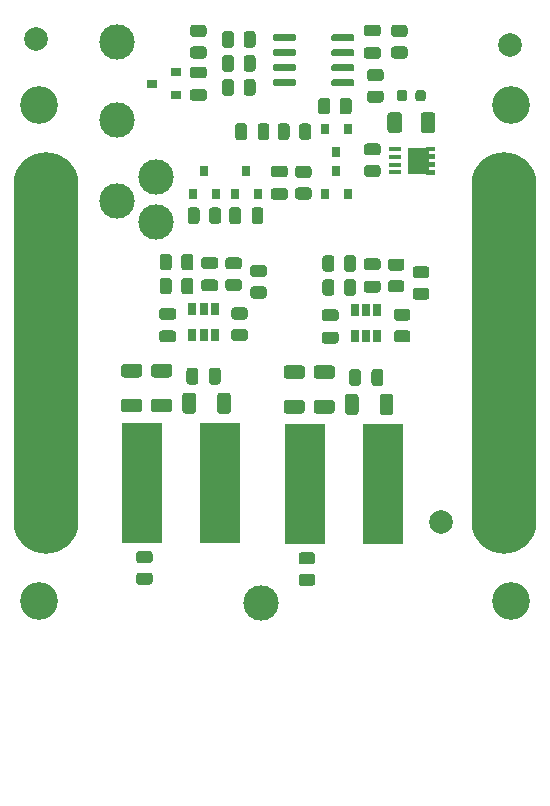
<source format=gbr>
%TF.GenerationSoftware,KiCad,Pcbnew,5.1.9-73d0e3b20d~88~ubuntu20.10.1*%
%TF.CreationDate,2021-01-20T16:53:29+01:00*%
%TF.ProjectId,makita_protector,6d616b69-7461-45f7-9072-6f746563746f,rev?*%
%TF.SameCoordinates,Original*%
%TF.FileFunction,Soldermask,Top*%
%TF.FilePolarity,Negative*%
%FSLAX46Y46*%
G04 Gerber Fmt 4.6, Leading zero omitted, Abs format (unit mm)*
G04 Created by KiCad (PCBNEW 5.1.9-73d0e3b20d~88~ubuntu20.10.1) date 2021-01-20 16:53:29*
%MOMM*%
%LPD*%
G01*
G04 APERTURE LIST*
%ADD10C,2.000000*%
%ADD11R,3.500000X10.200000*%
%ADD12C,3.200000*%
%ADD13C,3.000000*%
%ADD14O,5.500000X34.000000*%
%ADD15R,0.650000X1.060000*%
%ADD16R,0.800000X0.900000*%
%ADD17C,0.100000*%
%ADD18R,0.990000X0.405000*%
%ADD19R,0.900000X0.800000*%
G04 APERTURE END LIST*
D10*
%TO.C,FID3*%
X164084000Y-99314000D03*
%TD*%
%TO.C,FID2*%
X169926000Y-58928000D03*
%TD*%
%TO.C,FID1*%
X129794000Y-58420000D03*
%TD*%
D11*
%TO.C,L1*%
X138749500Y-96012000D03*
X145349500Y-96012000D03*
%TD*%
D12*
%TO.C,H4*%
X130000000Y-106000000D03*
%TD*%
%TO.C,H3*%
X170000000Y-64000000D03*
%TD*%
%TO.C,H2*%
X170000000Y-106000000D03*
%TD*%
%TO.C,H1*%
X130000000Y-64000000D03*
%TD*%
D13*
%TO.C,J6*%
X136652000Y-72136000D03*
%TD*%
%TO.C,J5*%
X136652000Y-58674000D03*
%TD*%
%TO.C,J4*%
X139954000Y-70104000D03*
%TD*%
%TO.C,J3*%
X136652000Y-65278000D03*
%TD*%
%TO.C,J2*%
X139954000Y-73914000D03*
%TD*%
%TO.C,J1*%
X148844000Y-106172000D03*
%TD*%
D14*
%TO.C,BT1*%
X130575000Y-85000000D03*
X169425000Y-85000000D03*
%TD*%
%TO.C,R23*%
G36*
G01*
X153151502Y-102935000D02*
X152251498Y-102935000D01*
G75*
G02*
X152001500Y-102685002I0J249998D01*
G01*
X152001500Y-102159998D01*
G75*
G02*
X152251498Y-101910000I249998J0D01*
G01*
X153151502Y-101910000D01*
G75*
G02*
X153401500Y-102159998I0J-249998D01*
G01*
X153401500Y-102685002D01*
G75*
G02*
X153151502Y-102935000I-249998J0D01*
G01*
G37*
G36*
G01*
X153151502Y-104760000D02*
X152251498Y-104760000D01*
G75*
G02*
X152001500Y-104510002I0J249998D01*
G01*
X152001500Y-103984998D01*
G75*
G02*
X152251498Y-103735000I249998J0D01*
G01*
X153151502Y-103735000D01*
G75*
G02*
X153401500Y-103984998I0J-249998D01*
G01*
X153401500Y-104510002D01*
G75*
G02*
X153151502Y-104760000I-249998J0D01*
G01*
G37*
%TD*%
%TO.C,R22*%
G36*
G01*
X139388002Y-102827500D02*
X138487998Y-102827500D01*
G75*
G02*
X138238000Y-102577502I0J249998D01*
G01*
X138238000Y-102052498D01*
G75*
G02*
X138487998Y-101802500I249998J0D01*
G01*
X139388002Y-101802500D01*
G75*
G02*
X139638000Y-102052498I0J-249998D01*
G01*
X139638000Y-102577502D01*
G75*
G02*
X139388002Y-102827500I-249998J0D01*
G01*
G37*
G36*
G01*
X139388002Y-104652500D02*
X138487998Y-104652500D01*
G75*
G02*
X138238000Y-104402502I0J249998D01*
G01*
X138238000Y-103877498D01*
G75*
G02*
X138487998Y-103627500I249998J0D01*
G01*
X139388002Y-103627500D01*
G75*
G02*
X139638000Y-103877498I0J-249998D01*
G01*
X139638000Y-104402502D01*
G75*
G02*
X139388002Y-104652500I-249998J0D01*
G01*
G37*
%TD*%
D11*
%TO.C,L2*%
X152513000Y-96119500D03*
X159113000Y-96119500D03*
%TD*%
D15*
%TO.C,U3*%
X157718000Y-81430500D03*
X156768000Y-81430500D03*
X158668000Y-81430500D03*
X158668000Y-83630500D03*
X157718000Y-83630500D03*
X156768000Y-83630500D03*
%TD*%
%TO.C,R19*%
G36*
G01*
X155032000Y-79032498D02*
X155032000Y-79932502D01*
G75*
G02*
X154782002Y-80182500I-249998J0D01*
G01*
X154256998Y-80182500D01*
G75*
G02*
X154007000Y-79932502I0J249998D01*
G01*
X154007000Y-79032498D01*
G75*
G02*
X154256998Y-78782500I249998J0D01*
G01*
X154782002Y-78782500D01*
G75*
G02*
X155032000Y-79032498I0J-249998D01*
G01*
G37*
G36*
G01*
X156857000Y-79032498D02*
X156857000Y-79932502D01*
G75*
G02*
X156607002Y-80182500I-249998J0D01*
G01*
X156081998Y-80182500D01*
G75*
G02*
X155832000Y-79932502I0J249998D01*
G01*
X155832000Y-79032498D01*
G75*
G02*
X156081998Y-78782500I249998J0D01*
G01*
X156607002Y-78782500D01*
G75*
G02*
X156857000Y-79032498I0J-249998D01*
G01*
G37*
%TD*%
%TO.C,R18*%
G36*
G01*
X159807998Y-78866500D02*
X160708002Y-78866500D01*
G75*
G02*
X160958000Y-79116498I0J-249998D01*
G01*
X160958000Y-79641502D01*
G75*
G02*
X160708002Y-79891500I-249998J0D01*
G01*
X159807998Y-79891500D01*
G75*
G02*
X159558000Y-79641502I0J249998D01*
G01*
X159558000Y-79116498D01*
G75*
G02*
X159807998Y-78866500I249998J0D01*
G01*
G37*
G36*
G01*
X159807998Y-77041500D02*
X160708002Y-77041500D01*
G75*
G02*
X160958000Y-77291498I0J-249998D01*
G01*
X160958000Y-77816502D01*
G75*
G02*
X160708002Y-78066500I-249998J0D01*
G01*
X159807998Y-78066500D01*
G75*
G02*
X159558000Y-77816502I0J249998D01*
G01*
X159558000Y-77291498D01*
G75*
G02*
X159807998Y-77041500I249998J0D01*
G01*
G37*
%TD*%
%TO.C,R17*%
G36*
G01*
X155832000Y-77900502D02*
X155832000Y-77000498D01*
G75*
G02*
X156081998Y-76750500I249998J0D01*
G01*
X156607002Y-76750500D01*
G75*
G02*
X156857000Y-77000498I0J-249998D01*
G01*
X156857000Y-77900502D01*
G75*
G02*
X156607002Y-78150500I-249998J0D01*
G01*
X156081998Y-78150500D01*
G75*
G02*
X155832000Y-77900502I0J249998D01*
G01*
G37*
G36*
G01*
X154007000Y-77900502D02*
X154007000Y-77000498D01*
G75*
G02*
X154256998Y-76750500I249998J0D01*
G01*
X154782002Y-76750500D01*
G75*
G02*
X155032000Y-77000498I0J-249998D01*
G01*
X155032000Y-77900502D01*
G75*
G02*
X154782002Y-78150500I-249998J0D01*
G01*
X154256998Y-78150500D01*
G75*
G02*
X154007000Y-77900502I0J249998D01*
G01*
G37*
%TD*%
%TO.C,R12*%
G36*
G01*
X162813502Y-78707500D02*
X161913498Y-78707500D01*
G75*
G02*
X161663500Y-78457502I0J249998D01*
G01*
X161663500Y-77932498D01*
G75*
G02*
X161913498Y-77682500I249998J0D01*
G01*
X162813502Y-77682500D01*
G75*
G02*
X163063500Y-77932498I0J-249998D01*
G01*
X163063500Y-78457502D01*
G75*
G02*
X162813502Y-78707500I-249998J0D01*
G01*
G37*
G36*
G01*
X162813502Y-80532500D02*
X161913498Y-80532500D01*
G75*
G02*
X161663500Y-80282502I0J249998D01*
G01*
X161663500Y-79757498D01*
G75*
G02*
X161913498Y-79507500I249998J0D01*
G01*
X162813502Y-79507500D01*
G75*
G02*
X163063500Y-79757498I0J-249998D01*
G01*
X163063500Y-80282502D01*
G75*
G02*
X162813502Y-80532500I-249998J0D01*
G01*
G37*
%TD*%
%TO.C,R11*%
G36*
G01*
X161213502Y-82307500D02*
X160313498Y-82307500D01*
G75*
G02*
X160063500Y-82057502I0J249998D01*
G01*
X160063500Y-81532498D01*
G75*
G02*
X160313498Y-81282500I249998J0D01*
G01*
X161213502Y-81282500D01*
G75*
G02*
X161463500Y-81532498I0J-249998D01*
G01*
X161463500Y-82057502D01*
G75*
G02*
X161213502Y-82307500I-249998J0D01*
G01*
G37*
G36*
G01*
X161213502Y-84132500D02*
X160313498Y-84132500D01*
G75*
G02*
X160063500Y-83882502I0J249998D01*
G01*
X160063500Y-83357498D01*
G75*
G02*
X160313498Y-83107500I249998J0D01*
G01*
X161213502Y-83107500D01*
G75*
G02*
X161463500Y-83357498I0J-249998D01*
G01*
X161463500Y-83882502D01*
G75*
G02*
X161213502Y-84132500I-249998J0D01*
G01*
G37*
%TD*%
%TO.C,C18*%
G36*
G01*
X154812001Y-87218500D02*
X153511999Y-87218500D01*
G75*
G02*
X153262000Y-86968501I0J249999D01*
G01*
X153262000Y-86318499D01*
G75*
G02*
X153511999Y-86068500I249999J0D01*
G01*
X154812001Y-86068500D01*
G75*
G02*
X155062000Y-86318499I0J-249999D01*
G01*
X155062000Y-86968501D01*
G75*
G02*
X154812001Y-87218500I-249999J0D01*
G01*
G37*
G36*
G01*
X154812001Y-90168500D02*
X153511999Y-90168500D01*
G75*
G02*
X153262000Y-89918501I0J249999D01*
G01*
X153262000Y-89268499D01*
G75*
G02*
X153511999Y-89018500I249999J0D01*
G01*
X154812001Y-89018500D01*
G75*
G02*
X155062000Y-89268499I0J-249999D01*
G01*
X155062000Y-89918501D01*
G75*
G02*
X154812001Y-90168500I-249999J0D01*
G01*
G37*
%TD*%
%TO.C,C17*%
G36*
G01*
X152272001Y-87218500D02*
X150971999Y-87218500D01*
G75*
G02*
X150722000Y-86968501I0J249999D01*
G01*
X150722000Y-86318499D01*
G75*
G02*
X150971999Y-86068500I249999J0D01*
G01*
X152272001Y-86068500D01*
G75*
G02*
X152522000Y-86318499I0J-249999D01*
G01*
X152522000Y-86968501D01*
G75*
G02*
X152272001Y-87218500I-249999J0D01*
G01*
G37*
G36*
G01*
X152272001Y-90168500D02*
X150971999Y-90168500D01*
G75*
G02*
X150722000Y-89918501I0J249999D01*
G01*
X150722000Y-89268499D01*
G75*
G02*
X150971999Y-89018500I249999J0D01*
G01*
X152272001Y-89018500D01*
G75*
G02*
X152522000Y-89268499I0J-249999D01*
G01*
X152522000Y-89918501D01*
G75*
G02*
X152272001Y-90168500I-249999J0D01*
G01*
G37*
%TD*%
%TO.C,C16*%
G36*
G01*
X157751000Y-78916500D02*
X158701000Y-78916500D01*
G75*
G02*
X158951000Y-79166500I0J-250000D01*
G01*
X158951000Y-79666500D01*
G75*
G02*
X158701000Y-79916500I-250000J0D01*
G01*
X157751000Y-79916500D01*
G75*
G02*
X157501000Y-79666500I0J250000D01*
G01*
X157501000Y-79166500D01*
G75*
G02*
X157751000Y-78916500I250000J0D01*
G01*
G37*
G36*
G01*
X157751000Y-77016500D02*
X158701000Y-77016500D01*
G75*
G02*
X158951000Y-77266500I0J-250000D01*
G01*
X158951000Y-77766500D01*
G75*
G02*
X158701000Y-78016500I-250000J0D01*
G01*
X157751000Y-78016500D01*
G75*
G02*
X157501000Y-77766500I0J250000D01*
G01*
X157501000Y-77266500D01*
G75*
G02*
X157751000Y-77016500I250000J0D01*
G01*
G37*
%TD*%
%TO.C,C14*%
G36*
G01*
X155145000Y-82334500D02*
X154195000Y-82334500D01*
G75*
G02*
X153945000Y-82084500I0J250000D01*
G01*
X153945000Y-81584500D01*
G75*
G02*
X154195000Y-81334500I250000J0D01*
G01*
X155145000Y-81334500D01*
G75*
G02*
X155395000Y-81584500I0J-250000D01*
G01*
X155395000Y-82084500D01*
G75*
G02*
X155145000Y-82334500I-250000J0D01*
G01*
G37*
G36*
G01*
X155145000Y-84234500D02*
X154195000Y-84234500D01*
G75*
G02*
X153945000Y-83984500I0J250000D01*
G01*
X153945000Y-83484500D01*
G75*
G02*
X154195000Y-83234500I250000J0D01*
G01*
X155145000Y-83234500D01*
G75*
G02*
X155395000Y-83484500I0J-250000D01*
G01*
X155395000Y-83984500D01*
G75*
G02*
X155145000Y-84234500I-250000J0D01*
G01*
G37*
%TD*%
%TO.C,C12*%
G36*
G01*
X157072000Y-88738499D02*
X157072000Y-90038501D01*
G75*
G02*
X156822001Y-90288500I-249999J0D01*
G01*
X156171999Y-90288500D01*
G75*
G02*
X155922000Y-90038501I0J249999D01*
G01*
X155922000Y-88738499D01*
G75*
G02*
X156171999Y-88488500I249999J0D01*
G01*
X156822001Y-88488500D01*
G75*
G02*
X157072000Y-88738499I0J-249999D01*
G01*
G37*
G36*
G01*
X160022000Y-88738499D02*
X160022000Y-90038501D01*
G75*
G02*
X159772001Y-90288500I-249999J0D01*
G01*
X159121999Y-90288500D01*
G75*
G02*
X158872000Y-90038501I0J249999D01*
G01*
X158872000Y-88738499D01*
G75*
G02*
X159121999Y-88488500I249999J0D01*
G01*
X159772001Y-88488500D01*
G75*
G02*
X160022000Y-88738499I0J-249999D01*
G01*
G37*
%TD*%
%TO.C,C11*%
G36*
G01*
X157268000Y-86627500D02*
X157268000Y-87577500D01*
G75*
G02*
X157018000Y-87827500I-250000J0D01*
G01*
X156518000Y-87827500D01*
G75*
G02*
X156268000Y-87577500I0J250000D01*
G01*
X156268000Y-86627500D01*
G75*
G02*
X156518000Y-86377500I250000J0D01*
G01*
X157018000Y-86377500D01*
G75*
G02*
X157268000Y-86627500I0J-250000D01*
G01*
G37*
G36*
G01*
X159168000Y-86627500D02*
X159168000Y-87577500D01*
G75*
G02*
X158918000Y-87827500I-250000J0D01*
G01*
X158418000Y-87827500D01*
G75*
G02*
X158168000Y-87577500I0J250000D01*
G01*
X158168000Y-86627500D01*
G75*
G02*
X158418000Y-86377500I250000J0D01*
G01*
X158918000Y-86377500D01*
G75*
G02*
X159168000Y-86627500I0J-250000D01*
G01*
G37*
%TD*%
%TO.C,F2*%
G36*
G01*
X161894000Y-63502250D02*
X161894000Y-62989750D01*
G75*
G02*
X162112750Y-62771000I218750J0D01*
G01*
X162550250Y-62771000D01*
G75*
G02*
X162769000Y-62989750I0J-218750D01*
G01*
X162769000Y-63502250D01*
G75*
G02*
X162550250Y-63721000I-218750J0D01*
G01*
X162112750Y-63721000D01*
G75*
G02*
X161894000Y-63502250I0J218750D01*
G01*
G37*
G36*
G01*
X160319000Y-63502250D02*
X160319000Y-62989750D01*
G75*
G02*
X160537750Y-62771000I218750J0D01*
G01*
X160975250Y-62771000D01*
G75*
G02*
X161194000Y-62989750I0J-218750D01*
G01*
X161194000Y-63502250D01*
G75*
G02*
X160975250Y-63721000I-218750J0D01*
G01*
X160537750Y-63721000D01*
G75*
G02*
X160319000Y-63502250I0J218750D01*
G01*
G37*
%TD*%
%TO.C,C4*%
G36*
G01*
X141381500Y-82227000D02*
X140431500Y-82227000D01*
G75*
G02*
X140181500Y-81977000I0J250000D01*
G01*
X140181500Y-81477000D01*
G75*
G02*
X140431500Y-81227000I250000J0D01*
G01*
X141381500Y-81227000D01*
G75*
G02*
X141631500Y-81477000I0J-250000D01*
G01*
X141631500Y-81977000D01*
G75*
G02*
X141381500Y-82227000I-250000J0D01*
G01*
G37*
G36*
G01*
X141381500Y-84127000D02*
X140431500Y-84127000D01*
G75*
G02*
X140181500Y-83877000I0J250000D01*
G01*
X140181500Y-83377000D01*
G75*
G02*
X140431500Y-83127000I250000J0D01*
G01*
X141381500Y-83127000D01*
G75*
G02*
X141631500Y-83377000I0J-250000D01*
G01*
X141631500Y-83877000D01*
G75*
G02*
X141381500Y-84127000I-250000J0D01*
G01*
G37*
%TD*%
%TO.C,U2*%
G36*
G01*
X154779000Y-58491500D02*
X154779000Y-58191500D01*
G75*
G02*
X154929000Y-58041500I150000J0D01*
G01*
X156579000Y-58041500D01*
G75*
G02*
X156729000Y-58191500I0J-150000D01*
G01*
X156729000Y-58491500D01*
G75*
G02*
X156579000Y-58641500I-150000J0D01*
G01*
X154929000Y-58641500D01*
G75*
G02*
X154779000Y-58491500I0J150000D01*
G01*
G37*
G36*
G01*
X154779000Y-59761500D02*
X154779000Y-59461500D01*
G75*
G02*
X154929000Y-59311500I150000J0D01*
G01*
X156579000Y-59311500D01*
G75*
G02*
X156729000Y-59461500I0J-150000D01*
G01*
X156729000Y-59761500D01*
G75*
G02*
X156579000Y-59911500I-150000J0D01*
G01*
X154929000Y-59911500D01*
G75*
G02*
X154779000Y-59761500I0J150000D01*
G01*
G37*
G36*
G01*
X154779000Y-61031500D02*
X154779000Y-60731500D01*
G75*
G02*
X154929000Y-60581500I150000J0D01*
G01*
X156579000Y-60581500D01*
G75*
G02*
X156729000Y-60731500I0J-150000D01*
G01*
X156729000Y-61031500D01*
G75*
G02*
X156579000Y-61181500I-150000J0D01*
G01*
X154929000Y-61181500D01*
G75*
G02*
X154779000Y-61031500I0J150000D01*
G01*
G37*
G36*
G01*
X154779000Y-62301500D02*
X154779000Y-62001500D01*
G75*
G02*
X154929000Y-61851500I150000J0D01*
G01*
X156579000Y-61851500D01*
G75*
G02*
X156729000Y-62001500I0J-150000D01*
G01*
X156729000Y-62301500D01*
G75*
G02*
X156579000Y-62451500I-150000J0D01*
G01*
X154929000Y-62451500D01*
G75*
G02*
X154779000Y-62301500I0J150000D01*
G01*
G37*
G36*
G01*
X149829000Y-62301500D02*
X149829000Y-62001500D01*
G75*
G02*
X149979000Y-61851500I150000J0D01*
G01*
X151629000Y-61851500D01*
G75*
G02*
X151779000Y-62001500I0J-150000D01*
G01*
X151779000Y-62301500D01*
G75*
G02*
X151629000Y-62451500I-150000J0D01*
G01*
X149979000Y-62451500D01*
G75*
G02*
X149829000Y-62301500I0J150000D01*
G01*
G37*
G36*
G01*
X149829000Y-61031500D02*
X149829000Y-60731500D01*
G75*
G02*
X149979000Y-60581500I150000J0D01*
G01*
X151629000Y-60581500D01*
G75*
G02*
X151779000Y-60731500I0J-150000D01*
G01*
X151779000Y-61031500D01*
G75*
G02*
X151629000Y-61181500I-150000J0D01*
G01*
X149979000Y-61181500D01*
G75*
G02*
X149829000Y-61031500I0J150000D01*
G01*
G37*
G36*
G01*
X149829000Y-59761500D02*
X149829000Y-59461500D01*
G75*
G02*
X149979000Y-59311500I150000J0D01*
G01*
X151629000Y-59311500D01*
G75*
G02*
X151779000Y-59461500I0J-150000D01*
G01*
X151779000Y-59761500D01*
G75*
G02*
X151629000Y-59911500I-150000J0D01*
G01*
X149979000Y-59911500D01*
G75*
G02*
X149829000Y-59761500I0J150000D01*
G01*
G37*
G36*
G01*
X149829000Y-58491500D02*
X149829000Y-58191500D01*
G75*
G02*
X149979000Y-58041500I150000J0D01*
G01*
X151629000Y-58041500D01*
G75*
G02*
X151779000Y-58191500I0J-150000D01*
G01*
X151779000Y-58491500D01*
G75*
G02*
X151629000Y-58641500I-150000J0D01*
G01*
X149979000Y-58641500D01*
G75*
G02*
X149829000Y-58491500I0J150000D01*
G01*
G37*
%TD*%
%TO.C,U1*%
X143954500Y-81323000D03*
X143004500Y-81323000D03*
X144904500Y-81323000D03*
X144904500Y-83523000D03*
X143954500Y-83523000D03*
X143004500Y-83523000D03*
%TD*%
%TO.C,R21*%
G36*
G01*
X146539000Y-62097498D02*
X146539000Y-62997502D01*
G75*
G02*
X146289002Y-63247500I-249998J0D01*
G01*
X145763998Y-63247500D01*
G75*
G02*
X145514000Y-62997502I0J249998D01*
G01*
X145514000Y-62097498D01*
G75*
G02*
X145763998Y-61847500I249998J0D01*
G01*
X146289002Y-61847500D01*
G75*
G02*
X146539000Y-62097498I0J-249998D01*
G01*
G37*
G36*
G01*
X148364000Y-62097498D02*
X148364000Y-62997502D01*
G75*
G02*
X148114002Y-63247500I-249998J0D01*
G01*
X147588998Y-63247500D01*
G75*
G02*
X147339000Y-62997502I0J249998D01*
G01*
X147339000Y-62097498D01*
G75*
G02*
X147588998Y-61847500I249998J0D01*
G01*
X148114002Y-61847500D01*
G75*
G02*
X148364000Y-62097498I0J-249998D01*
G01*
G37*
%TD*%
%TO.C,R20*%
G36*
G01*
X147339000Y-58933502D02*
X147339000Y-58033498D01*
G75*
G02*
X147588998Y-57783500I249998J0D01*
G01*
X148114002Y-57783500D01*
G75*
G02*
X148364000Y-58033498I0J-249998D01*
G01*
X148364000Y-58933502D01*
G75*
G02*
X148114002Y-59183500I-249998J0D01*
G01*
X147588998Y-59183500D01*
G75*
G02*
X147339000Y-58933502I0J249998D01*
G01*
G37*
G36*
G01*
X145514000Y-58933502D02*
X145514000Y-58033498D01*
G75*
G02*
X145763998Y-57783500I249998J0D01*
G01*
X146289002Y-57783500D01*
G75*
G02*
X146539000Y-58033498I0J-249998D01*
G01*
X146539000Y-58933502D01*
G75*
G02*
X146289002Y-59183500I-249998J0D01*
G01*
X145763998Y-59183500D01*
G75*
G02*
X145514000Y-58933502I0J249998D01*
G01*
G37*
%TD*%
%TO.C,R16*%
G36*
G01*
X155467000Y-64585002D02*
X155467000Y-63684998D01*
G75*
G02*
X155716998Y-63435000I249998J0D01*
G01*
X156242002Y-63435000D01*
G75*
G02*
X156492000Y-63684998I0J-249998D01*
G01*
X156492000Y-64585002D01*
G75*
G02*
X156242002Y-64835000I-249998J0D01*
G01*
X155716998Y-64835000D01*
G75*
G02*
X155467000Y-64585002I0J249998D01*
G01*
G37*
G36*
G01*
X153642000Y-64585002D02*
X153642000Y-63684998D01*
G75*
G02*
X153891998Y-63435000I249998J0D01*
G01*
X154417002Y-63435000D01*
G75*
G02*
X154667000Y-63684998I0J-249998D01*
G01*
X154667000Y-64585002D01*
G75*
G02*
X154417002Y-64835000I-249998J0D01*
G01*
X153891998Y-64835000D01*
G75*
G02*
X153642000Y-64585002I0J249998D01*
G01*
G37*
%TD*%
%TO.C,R15*%
G36*
G01*
X143059998Y-59074000D02*
X143960002Y-59074000D01*
G75*
G02*
X144210000Y-59323998I0J-249998D01*
G01*
X144210000Y-59849002D01*
G75*
G02*
X143960002Y-60099000I-249998J0D01*
G01*
X143059998Y-60099000D01*
G75*
G02*
X142810000Y-59849002I0J249998D01*
G01*
X142810000Y-59323998D01*
G75*
G02*
X143059998Y-59074000I249998J0D01*
G01*
G37*
G36*
G01*
X143059998Y-57249000D02*
X143960002Y-57249000D01*
G75*
G02*
X144210000Y-57498998I0J-249998D01*
G01*
X144210000Y-58024002D01*
G75*
G02*
X143960002Y-58274000I-249998J0D01*
G01*
X143059998Y-58274000D01*
G75*
G02*
X142810000Y-58024002I0J249998D01*
G01*
X142810000Y-57498998D01*
G75*
G02*
X143059998Y-57249000I249998J0D01*
G01*
G37*
%TD*%
%TO.C,R14*%
G36*
G01*
X160077998Y-59074000D02*
X160978002Y-59074000D01*
G75*
G02*
X161228000Y-59323998I0J-249998D01*
G01*
X161228000Y-59849002D01*
G75*
G02*
X160978002Y-60099000I-249998J0D01*
G01*
X160077998Y-60099000D01*
G75*
G02*
X159828000Y-59849002I0J249998D01*
G01*
X159828000Y-59323998D01*
G75*
G02*
X160077998Y-59074000I249998J0D01*
G01*
G37*
G36*
G01*
X160077998Y-57249000D02*
X160978002Y-57249000D01*
G75*
G02*
X161228000Y-57498998I0J-249998D01*
G01*
X161228000Y-58024002D01*
G75*
G02*
X160978002Y-58274000I-249998J0D01*
G01*
X160077998Y-58274000D01*
G75*
G02*
X159828000Y-58024002I0J249998D01*
G01*
X159828000Y-57498998D01*
G75*
G02*
X160077998Y-57249000I249998J0D01*
G01*
G37*
%TD*%
%TO.C,R13*%
G36*
G01*
X158045998Y-62820500D02*
X158946002Y-62820500D01*
G75*
G02*
X159196000Y-63070498I0J-249998D01*
G01*
X159196000Y-63595502D01*
G75*
G02*
X158946002Y-63845500I-249998J0D01*
G01*
X158045998Y-63845500D01*
G75*
G02*
X157796000Y-63595502I0J249998D01*
G01*
X157796000Y-63070498D01*
G75*
G02*
X158045998Y-62820500I249998J0D01*
G01*
G37*
G36*
G01*
X158045998Y-60995500D02*
X158946002Y-60995500D01*
G75*
G02*
X159196000Y-61245498I0J-249998D01*
G01*
X159196000Y-61770502D01*
G75*
G02*
X158946002Y-62020500I-249998J0D01*
G01*
X158045998Y-62020500D01*
G75*
G02*
X157796000Y-61770502I0J249998D01*
G01*
X157796000Y-61245498D01*
G75*
G02*
X158045998Y-60995500I249998J0D01*
G01*
G37*
%TD*%
%TO.C,R10*%
G36*
G01*
X146539000Y-60065498D02*
X146539000Y-60965502D01*
G75*
G02*
X146289002Y-61215500I-249998J0D01*
G01*
X145763998Y-61215500D01*
G75*
G02*
X145514000Y-60965502I0J249998D01*
G01*
X145514000Y-60065498D01*
G75*
G02*
X145763998Y-59815500I249998J0D01*
G01*
X146289002Y-59815500D01*
G75*
G02*
X146539000Y-60065498I0J-249998D01*
G01*
G37*
G36*
G01*
X148364000Y-60065498D02*
X148364000Y-60965502D01*
G75*
G02*
X148114002Y-61215500I-249998J0D01*
G01*
X147588998Y-61215500D01*
G75*
G02*
X147339000Y-60965502I0J249998D01*
G01*
X147339000Y-60065498D01*
G75*
G02*
X147588998Y-59815500I249998J0D01*
G01*
X148114002Y-59815500D01*
G75*
G02*
X148364000Y-60065498I0J-249998D01*
G01*
G37*
%TD*%
%TO.C,R9*%
G36*
G01*
X144418000Y-73856002D02*
X144418000Y-72955998D01*
G75*
G02*
X144667998Y-72706000I249998J0D01*
G01*
X145193002Y-72706000D01*
G75*
G02*
X145443000Y-72955998I0J-249998D01*
G01*
X145443000Y-73856002D01*
G75*
G02*
X145193002Y-74106000I-249998J0D01*
G01*
X144667998Y-74106000D01*
G75*
G02*
X144418000Y-73856002I0J249998D01*
G01*
G37*
G36*
G01*
X142593000Y-73856002D02*
X142593000Y-72955998D01*
G75*
G02*
X142842998Y-72706000I249998J0D01*
G01*
X143368002Y-72706000D01*
G75*
G02*
X143618000Y-72955998I0J-249998D01*
G01*
X143618000Y-73856002D01*
G75*
G02*
X143368002Y-74106000I-249998J0D01*
G01*
X142842998Y-74106000D01*
G75*
G02*
X142593000Y-73856002I0J249998D01*
G01*
G37*
%TD*%
%TO.C,R8*%
G36*
G01*
X152850002Y-70212000D02*
X151949998Y-70212000D01*
G75*
G02*
X151700000Y-69962002I0J249998D01*
G01*
X151700000Y-69436998D01*
G75*
G02*
X151949998Y-69187000I249998J0D01*
G01*
X152850002Y-69187000D01*
G75*
G02*
X153100000Y-69436998I0J-249998D01*
G01*
X153100000Y-69962002D01*
G75*
G02*
X152850002Y-70212000I-249998J0D01*
G01*
G37*
G36*
G01*
X152850002Y-72037000D02*
X151949998Y-72037000D01*
G75*
G02*
X151700000Y-71787002I0J249998D01*
G01*
X151700000Y-71261998D01*
G75*
G02*
X151949998Y-71012000I249998J0D01*
G01*
X152850002Y-71012000D01*
G75*
G02*
X153100000Y-71261998I0J-249998D01*
G01*
X153100000Y-71787002D01*
G75*
G02*
X152850002Y-72037000I-249998J0D01*
G01*
G37*
%TD*%
%TO.C,R7*%
G36*
G01*
X141268500Y-78924998D02*
X141268500Y-79825002D01*
G75*
G02*
X141018502Y-80075000I-249998J0D01*
G01*
X140493498Y-80075000D01*
G75*
G02*
X140243500Y-79825002I0J249998D01*
G01*
X140243500Y-78924998D01*
G75*
G02*
X140493498Y-78675000I249998J0D01*
G01*
X141018502Y-78675000D01*
G75*
G02*
X141268500Y-78924998I0J-249998D01*
G01*
G37*
G36*
G01*
X143093500Y-78924998D02*
X143093500Y-79825002D01*
G75*
G02*
X142843502Y-80075000I-249998J0D01*
G01*
X142318498Y-80075000D01*
G75*
G02*
X142068500Y-79825002I0J249998D01*
G01*
X142068500Y-78924998D01*
G75*
G02*
X142318498Y-78675000I249998J0D01*
G01*
X142843502Y-78675000D01*
G75*
G02*
X143093500Y-78924998I0J-249998D01*
G01*
G37*
%TD*%
%TO.C,R6*%
G36*
G01*
X146044498Y-78759000D02*
X146944502Y-78759000D01*
G75*
G02*
X147194500Y-79008998I0J-249998D01*
G01*
X147194500Y-79534002D01*
G75*
G02*
X146944502Y-79784000I-249998J0D01*
G01*
X146044498Y-79784000D01*
G75*
G02*
X145794500Y-79534002I0J249998D01*
G01*
X145794500Y-79008998D01*
G75*
G02*
X146044498Y-78759000I249998J0D01*
G01*
G37*
G36*
G01*
X146044498Y-76934000D02*
X146944502Y-76934000D01*
G75*
G02*
X147194500Y-77183998I0J-249998D01*
G01*
X147194500Y-77709002D01*
G75*
G02*
X146944502Y-77959000I-249998J0D01*
G01*
X146044498Y-77959000D01*
G75*
G02*
X145794500Y-77709002I0J249998D01*
G01*
X145794500Y-77183998D01*
G75*
G02*
X146044498Y-76934000I249998J0D01*
G01*
G37*
%TD*%
%TO.C,R5*%
G36*
G01*
X142068500Y-77793002D02*
X142068500Y-76892998D01*
G75*
G02*
X142318498Y-76643000I249998J0D01*
G01*
X142843502Y-76643000D01*
G75*
G02*
X143093500Y-76892998I0J-249998D01*
G01*
X143093500Y-77793002D01*
G75*
G02*
X142843502Y-78043000I-249998J0D01*
G01*
X142318498Y-78043000D01*
G75*
G02*
X142068500Y-77793002I0J249998D01*
G01*
G37*
G36*
G01*
X140243500Y-77793002D02*
X140243500Y-76892998D01*
G75*
G02*
X140493498Y-76643000I249998J0D01*
G01*
X141018502Y-76643000D01*
G75*
G02*
X141268500Y-76892998I0J-249998D01*
G01*
X141268500Y-77793002D01*
G75*
G02*
X141018502Y-78043000I-249998J0D01*
G01*
X140493498Y-78043000D01*
G75*
G02*
X140243500Y-77793002I0J249998D01*
G01*
G37*
%TD*%
%TO.C,R4*%
G36*
G01*
X151238000Y-65843998D02*
X151238000Y-66744002D01*
G75*
G02*
X150988002Y-66994000I-249998J0D01*
G01*
X150462998Y-66994000D01*
G75*
G02*
X150213000Y-66744002I0J249998D01*
G01*
X150213000Y-65843998D01*
G75*
G02*
X150462998Y-65594000I249998J0D01*
G01*
X150988002Y-65594000D01*
G75*
G02*
X151238000Y-65843998I0J-249998D01*
G01*
G37*
G36*
G01*
X153063000Y-65843998D02*
X153063000Y-66744002D01*
G75*
G02*
X152813002Y-66994000I-249998J0D01*
G01*
X152287998Y-66994000D01*
G75*
G02*
X152038000Y-66744002I0J249998D01*
G01*
X152038000Y-65843998D01*
G75*
G02*
X152287998Y-65594000I249998J0D01*
G01*
X152813002Y-65594000D01*
G75*
G02*
X153063000Y-65843998I0J-249998D01*
G01*
G37*
%TD*%
%TO.C,R3*%
G36*
G01*
X157791998Y-69107000D02*
X158692002Y-69107000D01*
G75*
G02*
X158942000Y-69356998I0J-249998D01*
G01*
X158942000Y-69882002D01*
G75*
G02*
X158692002Y-70132000I-249998J0D01*
G01*
X157791998Y-70132000D01*
G75*
G02*
X157542000Y-69882002I0J249998D01*
G01*
X157542000Y-69356998D01*
G75*
G02*
X157791998Y-69107000I249998J0D01*
G01*
G37*
G36*
G01*
X157791998Y-67282000D02*
X158692002Y-67282000D01*
G75*
G02*
X158942000Y-67531998I0J-249998D01*
G01*
X158942000Y-68057002D01*
G75*
G02*
X158692002Y-68307000I-249998J0D01*
G01*
X157791998Y-68307000D01*
G75*
G02*
X157542000Y-68057002I0J249998D01*
G01*
X157542000Y-67531998D01*
G75*
G02*
X157791998Y-67282000I249998J0D01*
G01*
G37*
%TD*%
%TO.C,R2*%
G36*
G01*
X149050002Y-78600000D02*
X148149998Y-78600000D01*
G75*
G02*
X147900000Y-78350002I0J249998D01*
G01*
X147900000Y-77824998D01*
G75*
G02*
X148149998Y-77575000I249998J0D01*
G01*
X149050002Y-77575000D01*
G75*
G02*
X149300000Y-77824998I0J-249998D01*
G01*
X149300000Y-78350002D01*
G75*
G02*
X149050002Y-78600000I-249998J0D01*
G01*
G37*
G36*
G01*
X149050002Y-80425000D02*
X148149998Y-80425000D01*
G75*
G02*
X147900000Y-80175002I0J249998D01*
G01*
X147900000Y-79649998D01*
G75*
G02*
X148149998Y-79400000I249998J0D01*
G01*
X149050002Y-79400000D01*
G75*
G02*
X149300000Y-79649998I0J-249998D01*
G01*
X149300000Y-80175002D01*
G75*
G02*
X149050002Y-80425000I-249998J0D01*
G01*
G37*
%TD*%
%TO.C,R1*%
G36*
G01*
X147450002Y-82200000D02*
X146549998Y-82200000D01*
G75*
G02*
X146300000Y-81950002I0J249998D01*
G01*
X146300000Y-81424998D01*
G75*
G02*
X146549998Y-81175000I249998J0D01*
G01*
X147450002Y-81175000D01*
G75*
G02*
X147700000Y-81424998I0J-249998D01*
G01*
X147700000Y-81950002D01*
G75*
G02*
X147450002Y-82200000I-249998J0D01*
G01*
G37*
G36*
G01*
X147450002Y-84025000D02*
X146549998Y-84025000D01*
G75*
G02*
X146300000Y-83775002I0J249998D01*
G01*
X146300000Y-83249998D01*
G75*
G02*
X146549998Y-83000000I249998J0D01*
G01*
X147450002Y-83000000D01*
G75*
G02*
X147700000Y-83249998I0J-249998D01*
G01*
X147700000Y-83775002D01*
G75*
G02*
X147450002Y-84025000I-249998J0D01*
G01*
G37*
%TD*%
D16*
%TO.C,Q2*%
X147574000Y-69612000D03*
X148524000Y-71612000D03*
X146624000Y-71612000D03*
%TD*%
D17*
%TO.C,Q1*%
G36*
X163512000Y-67970500D02*
G01*
X163002000Y-67970500D01*
X163002000Y-68225500D01*
X163512000Y-68225500D01*
X163512000Y-68630500D01*
X163002000Y-68630500D01*
X163002000Y-68885500D01*
X163512000Y-68885500D01*
X163512000Y-69290500D01*
X163002000Y-69290500D01*
X163002000Y-69545500D01*
X163512000Y-69545500D01*
X163512000Y-69953000D01*
X162752000Y-69953000D01*
X162752000Y-69875500D01*
X161277000Y-69875500D01*
X161277000Y-67640500D01*
X162752000Y-67640500D01*
X162752000Y-67563000D01*
X163512000Y-67563000D01*
X163512000Y-67970500D01*
G37*
D18*
X160147000Y-69748000D03*
X160147000Y-69088000D03*
X160147000Y-68428000D03*
X160147000Y-67768000D03*
%TD*%
%TO.C,F1*%
G36*
G01*
X162319000Y-66157000D02*
X162319000Y-64907000D01*
G75*
G02*
X162569000Y-64657000I250000J0D01*
G01*
X163319000Y-64657000D01*
G75*
G02*
X163569000Y-64907000I0J-250000D01*
G01*
X163569000Y-66157000D01*
G75*
G02*
X163319000Y-66407000I-250000J0D01*
G01*
X162569000Y-66407000D01*
G75*
G02*
X162319000Y-66157000I0J250000D01*
G01*
G37*
G36*
G01*
X159519000Y-66157000D02*
X159519000Y-64907000D01*
G75*
G02*
X159769000Y-64657000I250000J0D01*
G01*
X160519000Y-64657000D01*
G75*
G02*
X160769000Y-64907000I0J-250000D01*
G01*
X160769000Y-66157000D01*
G75*
G02*
X160519000Y-66407000I-250000J0D01*
G01*
X159769000Y-66407000D01*
G75*
G02*
X159519000Y-66157000I0J250000D01*
G01*
G37*
%TD*%
D19*
%TO.C,D4*%
X139589000Y-62230000D03*
X141589000Y-61280000D03*
X141589000Y-63180000D03*
%TD*%
D16*
%TO.C,D3*%
X144018000Y-69612000D03*
X144968000Y-71612000D03*
X143068000Y-71612000D03*
%TD*%
%TO.C,D2*%
X155194000Y-69612000D03*
X156144000Y-71612000D03*
X154244000Y-71612000D03*
%TD*%
%TO.C,D1*%
X155194000Y-68056000D03*
X154244000Y-66056000D03*
X156144000Y-66056000D03*
%TD*%
%TO.C,C13*%
G36*
G01*
X143035000Y-62680000D02*
X143985000Y-62680000D01*
G75*
G02*
X144235000Y-62930000I0J-250000D01*
G01*
X144235000Y-63430000D01*
G75*
G02*
X143985000Y-63680000I-250000J0D01*
G01*
X143035000Y-63680000D01*
G75*
G02*
X142785000Y-63430000I0J250000D01*
G01*
X142785000Y-62930000D01*
G75*
G02*
X143035000Y-62680000I250000J0D01*
G01*
G37*
G36*
G01*
X143035000Y-60780000D02*
X143985000Y-60780000D01*
G75*
G02*
X144235000Y-61030000I0J-250000D01*
G01*
X144235000Y-61530000D01*
G75*
G02*
X143985000Y-61780000I-250000J0D01*
G01*
X143035000Y-61780000D01*
G75*
G02*
X142785000Y-61530000I0J250000D01*
G01*
X142785000Y-61030000D01*
G75*
G02*
X143035000Y-60780000I250000J0D01*
G01*
G37*
%TD*%
%TO.C,C10*%
G36*
G01*
X158717000Y-58224000D02*
X157767000Y-58224000D01*
G75*
G02*
X157517000Y-57974000I0J250000D01*
G01*
X157517000Y-57474000D01*
G75*
G02*
X157767000Y-57224000I250000J0D01*
G01*
X158717000Y-57224000D01*
G75*
G02*
X158967000Y-57474000I0J-250000D01*
G01*
X158967000Y-57974000D01*
G75*
G02*
X158717000Y-58224000I-250000J0D01*
G01*
G37*
G36*
G01*
X158717000Y-60124000D02*
X157767000Y-60124000D01*
G75*
G02*
X157517000Y-59874000I0J250000D01*
G01*
X157517000Y-59374000D01*
G75*
G02*
X157767000Y-59124000I250000J0D01*
G01*
X158717000Y-59124000D01*
G75*
G02*
X158967000Y-59374000I0J-250000D01*
G01*
X158967000Y-59874000D01*
G75*
G02*
X158717000Y-60124000I-250000J0D01*
G01*
G37*
%TD*%
%TO.C,C9*%
G36*
G01*
X141048501Y-87111000D02*
X139748499Y-87111000D01*
G75*
G02*
X139498500Y-86861001I0J249999D01*
G01*
X139498500Y-86210999D01*
G75*
G02*
X139748499Y-85961000I249999J0D01*
G01*
X141048501Y-85961000D01*
G75*
G02*
X141298500Y-86210999I0J-249999D01*
G01*
X141298500Y-86861001D01*
G75*
G02*
X141048501Y-87111000I-249999J0D01*
G01*
G37*
G36*
G01*
X141048501Y-90061000D02*
X139748499Y-90061000D01*
G75*
G02*
X139498500Y-89811001I0J249999D01*
G01*
X139498500Y-89160999D01*
G75*
G02*
X139748499Y-88911000I249999J0D01*
G01*
X141048501Y-88911000D01*
G75*
G02*
X141298500Y-89160999I0J-249999D01*
G01*
X141298500Y-89811001D01*
G75*
G02*
X141048501Y-90061000I-249999J0D01*
G01*
G37*
%TD*%
%TO.C,C8*%
G36*
G01*
X148024000Y-73881000D02*
X148024000Y-72931000D01*
G75*
G02*
X148274000Y-72681000I250000J0D01*
G01*
X148774000Y-72681000D01*
G75*
G02*
X149024000Y-72931000I0J-250000D01*
G01*
X149024000Y-73881000D01*
G75*
G02*
X148774000Y-74131000I-250000J0D01*
G01*
X148274000Y-74131000D01*
G75*
G02*
X148024000Y-73881000I0J250000D01*
G01*
G37*
G36*
G01*
X146124000Y-73881000D02*
X146124000Y-72931000D01*
G75*
G02*
X146374000Y-72681000I250000J0D01*
G01*
X146874000Y-72681000D01*
G75*
G02*
X147124000Y-72931000I0J-250000D01*
G01*
X147124000Y-73881000D01*
G75*
G02*
X146874000Y-74131000I-250000J0D01*
G01*
X146374000Y-74131000D01*
G75*
G02*
X146124000Y-73881000I0J250000D01*
G01*
G37*
%TD*%
%TO.C,C7*%
G36*
G01*
X138508501Y-87111000D02*
X137208499Y-87111000D01*
G75*
G02*
X136958500Y-86861001I0J249999D01*
G01*
X136958500Y-86210999D01*
G75*
G02*
X137208499Y-85961000I249999J0D01*
G01*
X138508501Y-85961000D01*
G75*
G02*
X138758500Y-86210999I0J-249999D01*
G01*
X138758500Y-86861001D01*
G75*
G02*
X138508501Y-87111000I-249999J0D01*
G01*
G37*
G36*
G01*
X138508501Y-90061000D02*
X137208499Y-90061000D01*
G75*
G02*
X136958500Y-89811001I0J249999D01*
G01*
X136958500Y-89160999D01*
G75*
G02*
X137208499Y-88911000I249999J0D01*
G01*
X138508501Y-88911000D01*
G75*
G02*
X138758500Y-89160999I0J-249999D01*
G01*
X138758500Y-89811001D01*
G75*
G02*
X138508501Y-90061000I-249999J0D01*
G01*
G37*
%TD*%
%TO.C,C6*%
G36*
G01*
X143987500Y-78809000D02*
X144937500Y-78809000D01*
G75*
G02*
X145187500Y-79059000I0J-250000D01*
G01*
X145187500Y-79559000D01*
G75*
G02*
X144937500Y-79809000I-250000J0D01*
G01*
X143987500Y-79809000D01*
G75*
G02*
X143737500Y-79559000I0J250000D01*
G01*
X143737500Y-79059000D01*
G75*
G02*
X143987500Y-78809000I250000J0D01*
G01*
G37*
G36*
G01*
X143987500Y-76909000D02*
X144937500Y-76909000D01*
G75*
G02*
X145187500Y-77159000I0J-250000D01*
G01*
X145187500Y-77659000D01*
G75*
G02*
X144937500Y-77909000I-250000J0D01*
G01*
X143987500Y-77909000D01*
G75*
G02*
X143737500Y-77659000I0J250000D01*
G01*
X143737500Y-77159000D01*
G75*
G02*
X143987500Y-76909000I250000J0D01*
G01*
G37*
%TD*%
%TO.C,C5*%
G36*
G01*
X149893000Y-71062000D02*
X150843000Y-71062000D01*
G75*
G02*
X151093000Y-71312000I0J-250000D01*
G01*
X151093000Y-71812000D01*
G75*
G02*
X150843000Y-72062000I-250000J0D01*
G01*
X149893000Y-72062000D01*
G75*
G02*
X149643000Y-71812000I0J250000D01*
G01*
X149643000Y-71312000D01*
G75*
G02*
X149893000Y-71062000I250000J0D01*
G01*
G37*
G36*
G01*
X149893000Y-69162000D02*
X150843000Y-69162000D01*
G75*
G02*
X151093000Y-69412000I0J-250000D01*
G01*
X151093000Y-69912000D01*
G75*
G02*
X150843000Y-70162000I-250000J0D01*
G01*
X149893000Y-70162000D01*
G75*
G02*
X149643000Y-69912000I0J250000D01*
G01*
X149643000Y-69412000D01*
G75*
G02*
X149893000Y-69162000I250000J0D01*
G01*
G37*
%TD*%
%TO.C,C3*%
G36*
G01*
X147632000Y-65819000D02*
X147632000Y-66769000D01*
G75*
G02*
X147382000Y-67019000I-250000J0D01*
G01*
X146882000Y-67019000D01*
G75*
G02*
X146632000Y-66769000I0J250000D01*
G01*
X146632000Y-65819000D01*
G75*
G02*
X146882000Y-65569000I250000J0D01*
G01*
X147382000Y-65569000D01*
G75*
G02*
X147632000Y-65819000I0J-250000D01*
G01*
G37*
G36*
G01*
X149532000Y-65819000D02*
X149532000Y-66769000D01*
G75*
G02*
X149282000Y-67019000I-250000J0D01*
G01*
X148782000Y-67019000D01*
G75*
G02*
X148532000Y-66769000I0J250000D01*
G01*
X148532000Y-65819000D01*
G75*
G02*
X148782000Y-65569000I250000J0D01*
G01*
X149282000Y-65569000D01*
G75*
G02*
X149532000Y-65819000I0J-250000D01*
G01*
G37*
%TD*%
%TO.C,C2*%
G36*
G01*
X143308500Y-88630999D02*
X143308500Y-89931001D01*
G75*
G02*
X143058501Y-90181000I-249999J0D01*
G01*
X142408499Y-90181000D01*
G75*
G02*
X142158500Y-89931001I0J249999D01*
G01*
X142158500Y-88630999D01*
G75*
G02*
X142408499Y-88381000I249999J0D01*
G01*
X143058501Y-88381000D01*
G75*
G02*
X143308500Y-88630999I0J-249999D01*
G01*
G37*
G36*
G01*
X146258500Y-88630999D02*
X146258500Y-89931001D01*
G75*
G02*
X146008501Y-90181000I-249999J0D01*
G01*
X145358499Y-90181000D01*
G75*
G02*
X145108500Y-89931001I0J249999D01*
G01*
X145108500Y-88630999D01*
G75*
G02*
X145358499Y-88381000I249999J0D01*
G01*
X146008501Y-88381000D01*
G75*
G02*
X146258500Y-88630999I0J-249999D01*
G01*
G37*
%TD*%
%TO.C,C1*%
G36*
G01*
X143504500Y-86520000D02*
X143504500Y-87470000D01*
G75*
G02*
X143254500Y-87720000I-250000J0D01*
G01*
X142754500Y-87720000D01*
G75*
G02*
X142504500Y-87470000I0J250000D01*
G01*
X142504500Y-86520000D01*
G75*
G02*
X142754500Y-86270000I250000J0D01*
G01*
X143254500Y-86270000D01*
G75*
G02*
X143504500Y-86520000I0J-250000D01*
G01*
G37*
G36*
G01*
X145404500Y-86520000D02*
X145404500Y-87470000D01*
G75*
G02*
X145154500Y-87720000I-250000J0D01*
G01*
X144654500Y-87720000D01*
G75*
G02*
X144404500Y-87470000I0J250000D01*
G01*
X144404500Y-86520000D01*
G75*
G02*
X144654500Y-86270000I250000J0D01*
G01*
X145154500Y-86270000D01*
G75*
G02*
X145404500Y-86520000I0J-250000D01*
G01*
G37*
%TD*%
M02*

</source>
